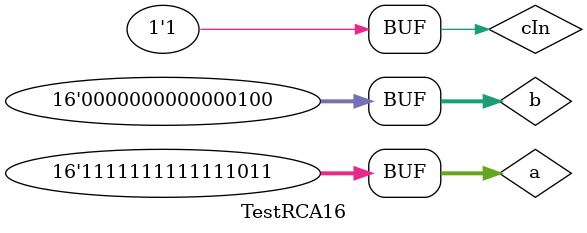
<source format=v>
`timescale 1ns / 1ps


module TestRCA16;

	// Inputs
	reg cIn;
	reg [15:0] a;
	reg [15:0] b;

	// Outputs
	wire [15:0] s;
	wire cOut;

	// Instantiate the Unit Under Test (UUT)
	RCA16 uut (
		.s(s), 
		.cOut(cOut), 
		.cIn(cIn), 
		.a(a), 
		.b(b)
	);

	initial begin
		// Initialize Inputs
		cIn = 0;
		a = 0;
		b = 0;

		// Wait 100 ns for global reset to finish
		#100;
		$monitor($time,"\ta=%d,\tb=%d,\tcIn=%b,\ts=%d,\tcOut=%b",a,b,cIn,s,cOut);
		#1 a =    32; b = 64; cIn = 0;
		#1 a =    32; b = 64; cIn = 1;
		#1 a = 65531; b =  4; cIn = 0;
		#1 a = 65531; b =  4; cIn = 1;
        
		// Add stimulus here

	end
      
endmodule


</source>
